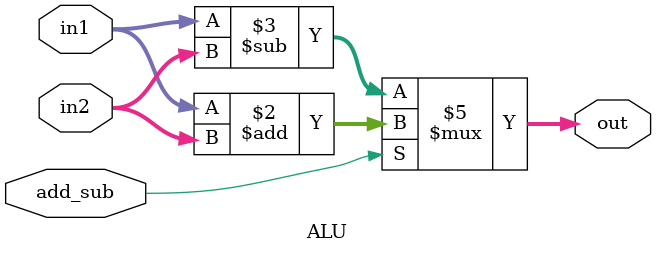
<source format=v>
`timescale 1ns / 1ps


module ALU(out,in1,in2,add_sub);
input signed [31:0]in1,in2;input add_sub;output reg signed[31:0]out;
always @(*)begin 
if(add_sub) out<=in1+in2;
else out<=in1-in2;
end
endmodule

</source>
